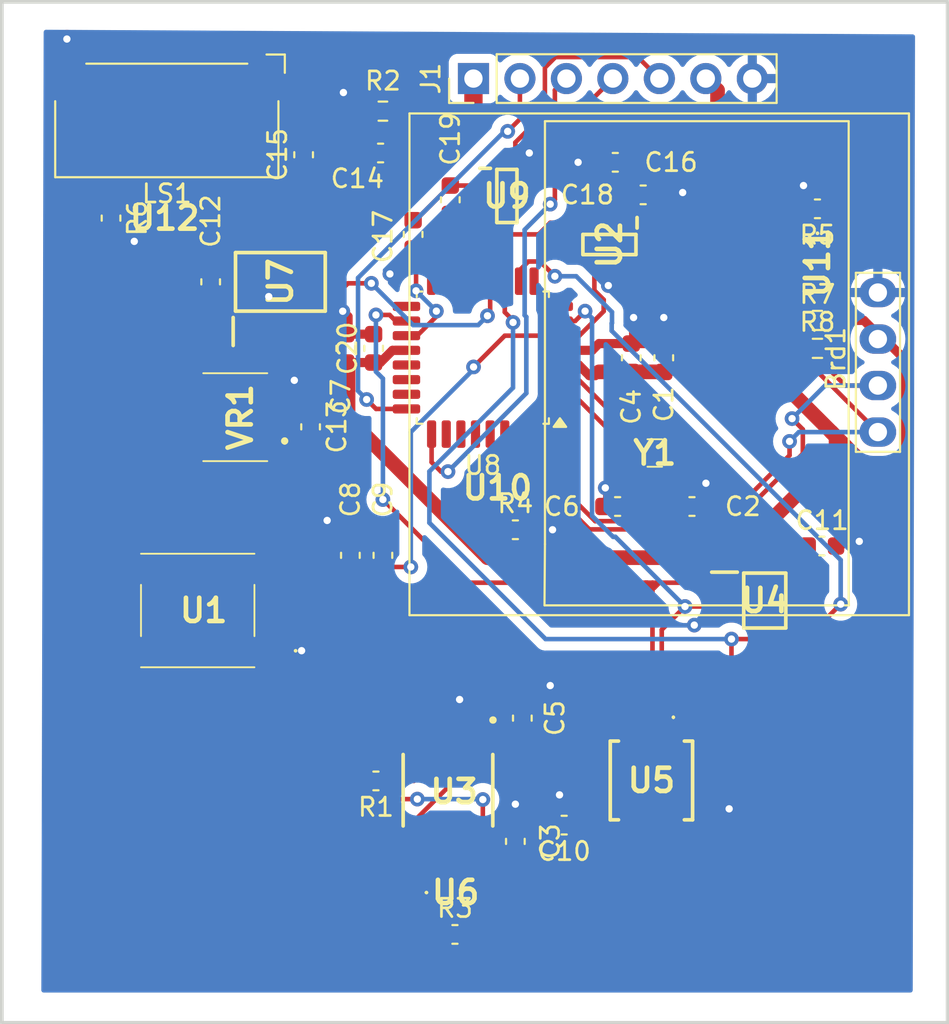
<source format=kicad_pcb>
(kicad_pcb (version 20221018) (generator pcbnew)
  (layers (0 "F.Cu" signal) (31 "B.Cu" signal) (34 "B.Paste" user) (35 "F.Paste" user) (36 "B.SilkS" user "B.Silkscreen") (37 "F.SilkS" user "F.Silkscreen") (38 "B.Mask" user) (39 "F.Mask" user) (44 "Edge.Cuts" user))
  (net 0 "")
  (net 1 "VDD")
  (net 2 "GND")
  (net 3 "/OSC_32_2")
  (net 4 "Net-(U3-VCORE)")
  (net 5 "/OSC_32_1")
  (net 6 "/NRST")
  (net 7 "Net-(U4-VDD)")
  (net 8 "Net-(C12-Pad1)")
  (net 9 "Net-(C12-Pad2)")
  (net 10 "/DAC_OUT")
  (net 11 "Net-(VR1-CCW)")
  (net 12 "Net-(C14-Pad1)")
  (net 13 "Net-(C14-Pad2)")
  (net 14 "Net-(C15-Pad2)")
  (net 15 "Net-(U2-VCC)")
  (net 16 "Net-(U9-VCC)")
  (net 17 "/SWCLK")
  (net 18 "/SWDIO")
  (net 19 "5V")
  (net 20 "/I2C_SCL")
  (net 21 "/SPI_NSS")
  (net 22 "/ADC_2")
  (net 23 "/SPI_NCK")
  (net 24 "/SPI_MISO")
  (net 25 "Net-(U3-AL_L)")
  (net 28 "/SPI_MOSI")
  (net 31 "Net-(U7-+)")
  (net 33 "/I2C_SDA")
  (net 38 "/ADC_1")
  (net 40 "/USART_TX")
  (net 41 "Net-(U6-A)")
  (net 43 "Net-(U10-K)")
  (net 48 "Net-(U11-K)")
  (net 51 "Net-(U12-K)")
  (net 52 "/LED")
  (footprint "Capacitor_SMD:C_0603_1608Metric" (layer "F.Cu") (at 145.034 125.222)
    (fp_text reference "R4")
    (fp_text value "330")
  )
  (footprint "Resistor_SMD:R_0603_1608Metric_Pad0.98x0.95mm_HandSolder" (layer "F.Cu") (at 161.544 115.316)
    (fp_text reference "R8")
    (fp_text value "10k")
  )
  (footprint "Capacitor_SMD:C_0603_1608Metric" (layer "F.Cu") (at 161.785 126.111)
    (fp_text reference "C11")
    (fp_text value "0.1uF")
  )
  (footprint "Cbil2-lib:SOTFL95P240X88-3N" (layer "F.Cu") (at 144.571 106.995)
    (fp_text reference "U9")
    (fp_text value "TCS40DPR,LF" hide)
  )
  (footprint "Capacitor_SMD:C_0603_1608Metric" (layer "F.Cu") (at 137.287 115.316 90)
    (fp_text reference "C20")
    (fp_text value "4.7uF")
  )
  (footprint "Cbil2-lib:SOIC127P600X175-8N" (layer "F.Cu") (at 132.191 111.684 90)
    (fp_text reference "U7")
    (fp_text value "LM386" hide)
  )
  (footprint "Resistor_SMD:R_0603_1608Metric" (layer "F.Cu") (at 137.795 102.362 180)
    (fp_text reference "R2")
    (fp_text value "10")
  )
  (footprint "Cbil2-lib:KBDELPS2DITHVG2J8LZ555" (layer "F.Cu") (at 144.056 122.936)
    (fp_text reference "U10")
    (fp_text value "KB_DELPS2.DI-THVG-2J8L-Z555" hide)
  )
  (footprint "Capacitor_SMD:C_0603_1608Metric" (layer "F.Cu") (at 128.381 111.684 -90)
    (fp_text reference "C12")
    (fp_text value "10u")
  )
  (footprint "Capacitor_SMD:C_0603_1608Metric" (layer "F.Cu") (at 139.446 109.093 -90)
    (fp_text reference "C17")
    (fp_text value "4.7uF")
  )
  (footprint "Capacitor_SMD:C_0603_1608Metric" (layer "F.Cu") (at 141.478 107.201 -90)
    (fp_text reference "C19")
    (fp_text value "100nF")
  )
  (footprint "Resistor_SMD:R_0603_1608Metric_Pad0.98x0.95mm_HandSolder" (layer "F.Cu") (at 161.544 113.792)
    (fp_text reference "R7")
    (fp_text value "10k")
  )
  (footprint "Capacitor_SMD:C_0603_1608Metric" (layer "F.Cu") (at 137.414 138.938 180)
    (fp_text reference "R1")
    (fp_text value "10k")
  )
  (footprint "Buzzer_Beeper:Speaker_CUI_CMR-1206S-67" (layer "F.Cu") (at 125.984 102.87 180)
    (fp_text reference "LS1")
    (fp_text value "Speaker")
  )
  (footprint "Capacitor_SMD:C_0603_1608Metric" (layer "F.Cu") (at 161.544 107.696 180)
    (fp_text reference "R5")
    (fp_text value "330")
  )
  (footprint "Capacitor_SMD:C_0603_1608Metric" (layer "F.Cu") (at 137.668 104.648)
    (fp_text reference "C14")
    (fp_text value "0.05u")
  )
  (footprint "Capacitor_SMD:C_0603_1608Metric" (layer "F.Cu") (at 136.017 126.619 90)
    (fp_text reference "C8")
    (fp_text value "0.1uF")
  )
  (footprint "Cbil2-lib:HIH7130-000-001" (layer "F.Cu") (at 141.351 139.446 180)
    (fp_text reference "U3")
    (fp_text value "HIH7130-000-001" hide)
  )
  (footprint "Cbil2-lib:430152070826" (layer "F.Cu") (at 127.673 129.631 180)
    (fp_text reference "U1")
    (fp_text value "430152070826" hide)
  )
  (footprint "Cbil2-lib:PVG5A100C03R00" (layer "F.Cu") (at 129.725 119.074 90)
    (fp_text reference "VR1")
    (fp_text value "PVG5A103C03R00" hide)
  )
  (footprint "Capacitor_SMD:C_0603_1608Metric" (layer "F.Cu") (at 133.461 104.743 90)
    (fp_text reference "C15")
    (fp_text value "0.05u")
  )
  (footprint "Capacitor_SMD:C_0603_1608Metric" (layer "F.Cu") (at 147.701 141.351 180)
    (fp_text reference "C10")
    (fp_text value "100nF")
  )
  (footprint "Capacitor_SMD:C_0603_1608Metric" (layer "F.Cu") (at 150.622 123.952 180)
    (fp_text reference "C6")
    (fp_text value "2pF")
  )
  (footprint "Cbil2-lib:SOTFL95P240X88-3N" (layer "F.Cu") (at 150.175 109.646 -90)
    (fp_text reference "U2")
    (fp_text value "TCS40DPR,LF" hide)
  )
  (footprint "Capacitor_SMD:C_0603_1608Metric" (layer "F.Cu") (at 145.034 142.24 90)
    (fp_text reference "C3")
    (fp_text value "0.22uF")
  )
  (footprint "Package_QFP:LQFP-32_7x7mm_P0.8mm" (layer "F.Cu") (at 143.256 115.824 180)
    (fp_text reference "U8")
    (fp_text value "STM32G0B1KETxN")
  )
  (footprint "Capacitor_SMD:C_0603_1608Metric" (layer "F.Cu") (at 150.495 105.156 180)
    (fp_text reference "C16")
    (fp_text value "4.7uF")
  )
  (footprint "SSD1306:128x64OLED" (layer "F.Cu") (at 154.246 115.888 -90)
    (fp_text reference "Brd1")
    (fp_text value "SSD1306")
  )
  (footprint "Capacitor_SMD:C_0603_1608Metric" (layer "F.Cu") (at 122.936 108.204 -90)
    (fp_text reference "R6")
    (fp_text value "330")
  )
  (footprint "Capacitor_SMD:C_0603_1608Metric" (layer "F.Cu") (at 141.732 147.32)
    (fp_text reference "R3")
    (fp_text value "330")
  )
  (footprint "Capacitor_SMD:C_0603_1608Metric" (layer "F.Cu") (at 135.763 115.316 90)
    (fp_text reference "C7")
    (fp_text value "100nF")
  )
  (footprint "Cbil2-lib:KP466PXTMA1" (layer "F.Cu") (at 152.47 138.912 180)
    (fp_text reference "U5")
    (fp_text value "KP466PXTMA1" hide)
  )
  (footprint "Capacitor_SMD:C_0603_1608Metric" (layer "F.Cu") (at 151.368 115.8304 90)
    (fp_text reference "C4")
    (fp_text value "100nF")
  )
  (footprint "Capacitor_SMD:C_0603_1608Metric" (layer "F.Cu") (at 154.686 123.952)
    (fp_text reference "C2")
    (fp_text value "2pF")
  )
  (footprint "Capacitor_SMD:C_0603_1608Metric" (layer "F.Cu") (at 153.146 115.8304 90)
    (fp_text reference "C1")
    (fp_text value "4.7uF")
  )
  (footprint "Cbil2-lib:KBDELPS2DITHVG2J8LZ555" (layer "F.Cu") (at 125.867 108.204)
    (fp_text reference "U12")
    (fp_text value "KO DELPS1.22-UGVI-24-H3Q4" hide)
  )
  (footprint "Capacitor_SMD:C_0603_1608Metric" (layer "F.Cu") (at 137.795 126.619 90)
    (fp_text reference "C9")
    (fp_text value "0.1uF")
  )
  (footprint "Cbil2-lib:KBDELPS2DITHVG2J8LZ555" (layer "F.Cu") (at 161.544 110.627 -90)
    (fp_text reference "U11")
    (fp_text value "KO DELPS1.22-UGVI-24-H3Q4" hide)
  )
  (footprint "Cbil2-lib:KBDELPS2DITHVG2J8LZ555" (layer "F.Cu") (at 141.77 145.034)
    (fp_text reference "U6")
    (fp_text value "KB_DELPS2.DI-THVG-2J8L-Z555" hide)
  )
  (footprint "Capacitor_SMD:C_0603_1608Metric" (layer "F.Cu") (at 145.415 135.509 90)
    (fp_text reference "C5")
    (fp_text value "0.1uF")
  )
  (footprint "Cbil2-lib:SOP65P490X110-8N" (layer "F.Cu") (at 158.664 129.088)
    (fp_text reference "U4")
    (fp_text value "TC72-3.3MUA" hide)
  )
  (footprint "Capacitor_SMD:C_0603_1608Metric" (layer "F.Cu") (at 133.842 119.602 -90)
    (fp_text reference "C13")
    (fp_text value "10u")
  )
  (footprint "Capacitor_SMD:C_0603_1608Metric" (layer "F.Cu") (at 152.019 106.934)
    (fp_text reference "C18")
    (fp_text value "100nF")
  )
  (footprint "Connector_PinHeader_2.54mm:PinHeader_1x07_P2.54mm_Vertical" (layer "F.Cu") (at 142.743 100.584 90)
    (fp_text reference "J1")
    (fp_text value "Conn_01x07_Male")
  )
  (footprint "Cbil2-lib:ABS07" (layer "F.Cu") (at 152.654 121.031)
    (fp_text reference "Y1")
    (fp_text value "ABS07-32.768KHZ-6-4-T" hide)
  )
  (gr_rect (start 116.967 96.393) (end 168.656 152.146) (stroke (width 0.2)) (fill none) (layer "Edge.Cuts"))
  (segment (start 149.352 144.526) (end 148.844 145.034) (width 0.8) (layer "F.Cu") (net 1))
  (segment (start 162.306 119.888) (end 156.6545 114.2365) (width 0.8) (layer "F.Cu") (net 1))
  (segment (start 148.463 141.364) (end 148.463 143.637) (width 0.8) (layer "F.Cu") (net 1))
  (segment (start 162.56 121.158) (end 162.56 120.142) (width 0.8) (layer "F.Cu") (net 1))
  (segment (start 148.463 143.637) (end 148.5265 143.7005) (width 0.8) (layer "F.Cu") (net 1))
  (segment (start 143.256 139.954) (end 143.256 141.896) (width 0.25) (layer "F.Cu") (net 1))
  (segment (start 142.507 147.053) (end 144.526 145.034) (width 0.25) (layer "F.Cu") (net 1))
  (segment (start 162.56 121.158) (end 163.576 121.158) (width 0.8) (layer "F.Cu") (net 1))
  (segment (start 144.942274 143.015) (end 143.51 141.582726) (width 0.8) (layer "F.Cu") (net 1))
  (segment (start 137.650827 116.091) (end 138.317827 115.424) (width 0.5) (layer "F.Cu") (net 1))
  (segment (start 135.89 119.126) (end 135.89 116.091) (width 0.8) (layer "F.Cu") (net 1))
  (segment (start 148.498 116.224) (end 149.082 116.808) (width 0.5) (layer "F.Cu") (net 1))
  (segment (start 156.130563 113.712563) (end 155.368563 114.474563) (width 0.8) (layer "F.Cu") (net 1))
  (segment (start 163.068 120.65) (end 162.306 119.888) (width 0.8) (layer "F.Cu") (net 1))
  (segment (start 147.431 116.224) (end 148.498 116.224) (width 0.5) (layer "F.Cu") (net 1))
  (segment (start 155.368563 114.474563) (end 153.244126 116.599) (width 0.8) (layer "F.Cu") (net 1))
  (segment (start 137.631701 139.930701) (end 139.676701 139.930701) (width 0.25) (layer "F.Cu") (net 1))
  (segment (start 166.296 120.946) (end 164.83 122.412) (width 0.5) (layer "F.Cu") (net 1))
  (segment (start 163.068 120.65) (end 162.56 121.158) (width 0.8) (layer "F.Cu") (net 1))
  (segment (start 156.6545 114.2365) (end 156.416437 114.474563) (width 0.8) (layer "F.Cu") (net 1))
  (segment (start 156.765563 114.125437) (end 156.765563 113.077563) (width 0.8) (layer "F.Cu") (net 1))
  (segment (start 158.214 111.097) (end 158.115 110.998) (width 0.25) (layer "F.Cu") (net 1))
  (segment (start 164.83 135.652) (end 164.83 122.412) (width 0.8) (layer "F.Cu") (net 1))
  (segment (start 148.844 145.034) (end 148.336 145.034) (width 0.8) (layer "F.Cu") (net 1))
  (segment (start 164.846 114.4504) (end 166.296 115.9004) (width 0.5) (layer "F.Cu") (net 1))
  (segment (start 149.352 144.399) (end 156.083 144.399) (width 0.8) (layer "F.Cu") (net 1))
  (segment (start 148.463 143.637) (end 148.463 144.907) (width 0.8) (layer "F.Cu") (net 1))
  (segment (start 144.526 145.034) (end 144.526 143.523) (width 0.8) (layer "F.Cu") (net 1))
  (segment (start 156.6545 114.2365) (end 156.765563 114.125437) (width 0.8) (layer "F.Cu") (net 1))
  (segment (start 155.443 100.584) (end 156.083 101.224) (width 0.8) (layer "F.Cu") (net 1))
  (segment (start 153.244126 116.599) (end 149.606 116.599) (width 0.8) (layer "F.Cu") (net 1))
  (segment (start 156.972 126.746) (end 143.51 126.746) (width 0.8) (layer "F.Cu") (net 1))
  (segment (start 136.639 138.938) (end 137.631701 139.930701) (width 0.25) (layer "F.Cu") (net 1))
  (segment (start 138.317827 115.424) (end 139.081 115.424) (width 0.5) (layer "F.Cu") (net 1))
  (segment (start 148.336 145.034) (end 147.447 145.034) (width 0.8) (layer "F.Cu") (net 1))
  (segment (start 142.507 147.32) (end 142.507 147.053) (width 0.25) (layer "F.Cu") (net 1))
  (segment (start 149.397 116.808) (end 149.606 116.599) (width 0.5) (layer "F.Cu") (net 1))
  (segment (start 149.082 116.808) (end 149.397 116.808) (width 0.5) (layer "F.Cu") (net 1))
  (segment (start 156.765563 113.077563) (end 156.130563 113.712563) (width 0.8) (layer "F.Cu") (net 1))
  (segment (start 158.115 108.585) (end 158.115 110.998) (width 0.8) (layer "F.Cu") (net 1))
  (segment (start 144.526 143.523) (end 145.034 143.015) (width 0.8) (layer "F.Cu") (net 1))
  (segment (start 163.703 121.285) (end 163.068 120.65) (width 0.8) (layer "F.Cu") (net 1))
  (segment (start 143.51 126.746) (end 135.89 119.126) (width 0.8) (layer "F.Cu") (net 1))
  (segment (start 135.89 116.091) (end 137.650827 116.091) (width 0.5) (layer "F.Cu") (net 1))
  (segment (start 156.083 106.553) (end 158.115 108.585) (width 0.8) (layer "F.Cu") (net 1))
  (segment (start 161.544 111.097) (end 158.214 111.097) (width 0.25) (layer "F.Cu") (net 1))
  (segment (start 145.034 143.015) (end 144.942274 143.015) (width 0.8) (layer "F.Cu") (net 1))
  (segment (start 164.084 113.792) (end 162.4565 113.792) (width 0.5) (layer "F.Cu") (net 1))
  (segment (start 148.655 141.172) (end 151.27 141.172) (width 0.25) (layer "F.Cu") (net 1))
  (segment (start 149.352 144.399) (end 149.352 144.526) (width 0.8) (layer "F.Cu") (net 1))
  (segment (start 148.5265 143.9545) (end 148.5265 143.7005) (width 0.8) (layer "F.Cu") (net 1))
  (segment (start 162.56 120.142) (end 162.306 119.888) (width 0.8) (layer "F.Cu") (net 1))
  (segment (start 143.51 141.582726) (end 143.51 141.478) (width 0.8) (layer "F.Cu") (net 1))
  (segment (start 156.130563 113.712563) (end 156.6545 114.2365) (width 0.8) (layer "F.Cu") (net 1))
  (segment (start 147.447 145.034) (end 144.526 145.034) (width 0.8) (layer "F.Cu") (net 1))
  (segment (start 164.846 114.554) (end 164.084 113.792) (width 0.5) (layer "F.Cu") (net 1))
  (segment (start 163.576 121.158) (end 163.703 121.285) (width 0.8) (layer "F.Cu") (net 1))
  (segment (start 164.846 114.808) (end 164.846 114.554) (width 0.5) (layer "F.Cu") (net 1))
  (segment (start 148.463 144.907) (end 148.336 145.034) (width 0.8) (layer "F.Cu") (net 1))
  (segment (start 158.115 111.728126) (end 156.765563 113.077563) (width 0.8) (layer "F.Cu") (net 1))
  (segment (start 156.083 144.399) (end 164.83 135.652) (width 0.8) (layer "F.Cu") (net 1))
  (segment (start 156.416437 114.474563) (end 155.368563 114.474563) (width 0.8) (layer "F.Cu") (net 1))
  (segment (start 158.115 110.998) (end 158.115 111.728126) (width 0.8) (layer "F.Cu") (net 1))
  (segment (start 148.5265 143.7005) (end 149.352 144.526) (width 0.8) (layer "F.Cu") (net 1))
  (segment (start 156.083 101.224) (end 156.083 106.553) (width 0.8) (layer "F.Cu") (net 1))
  (segment (start 166.296 115.9004) (end 166.296 120.946) (width 0.5) (layer "F.Cu") (net 1))
  (segment (start 162.4565 113.792) (end 162.4565 115.316) (width 0.5) (layer "F.Cu") (net 1))
  (segment (start 164.83 122.412) (end 163.703 121.285) (width 0.8) (layer "F.Cu") (net 1))
  (segment (start 162.56 121.158) (end 156.972 126.746) (width 0.8) (layer "F.Cu") (net 1))
  (segment (start 147.447 145.034) (end 148.5265 143.9545) (width 0.8) (layer "F.Cu") (net 1))
  (via (at 139.676701 139.930701) (size 0.8) (drill 0.4) (layers "F.Cu" "B.Cu") (net 1))
  (via (at 143.256 139.954) (size 0.8) (drill 0.4) (layers "F.Cu" "B.Cu") (net 1))
  (segment (start 143.232701 139.930701) (end 143.256 139.954) (width 0.25) (layer "B.Cu") (net 1))
  (segment (start 139.676701 139.930701) (end 143.232701 139.930701) (width 0.25) (layer "B.Cu") (net 1))
  (segment (start 123.698 131.881) (end 131.648 131.881) (width 0.25) (layer "F.Cu") (net 2))
  (segment (start 139.586 109.868) (end 141.478 107.976) (width 0.25) (layer "F.Cu") (net 2))
  (segment (start 150.175 111.826) (end 150.114 111.887) (width 0.25) (layer "F.Cu") (net 2))
  (segment (start 150.175 110.834) (end 150.175 111.826) (width 0.25) (layer "F.Cu") (net 2))
  (segment (start 145.034 141.465) (end 145.034 140.208) (width 0.8) (layer "F.Cu") (net 2))
  (segment (start 139.446 109.982) (end 138.176 111.252) (width 0.25) (layer "F.Cu") (net 2))
  (segment (start 149.231 115.424) (end 149.606 115.049) (width 0.5) (layer "F.Cu") (net 2))
  (segment (start 120.523 98.425) (end 120.523 100.509) (width 1) (layer "F.Cu") (net 2))
  (segment (start 152.07 140.402) (end 152.365 140.107) (width 0.25) (layer "F.Cu") (net 2))
  (segment (start 156.008 141.172) (end 156.718 140.462) (width 0.25) (layer "F.Cu") (net 2))
  (segment (start 145.809 125.222) (end 147.066 125.222) (width 0.25) (layer "F.Cu") (net 2))
  (segment (start 147.431 115.424) (end 149.231 115.424) (width 0.5) (layer "F.Cu") (net 2))
  (segment (start 145.796 104.648) (end 145.796 106.958) (width 0.25) (layer "F.Cu") (net 2))
  (segment (start 146.926 141.351) (end 146.926 140.221) (width 0.25) (layer "F.Cu") (net 2))
  (segment (start 155.179 130.063) (end 156.464 130.063) (width 0.25) (layer "F.Cu") (net 2))
  (segment (start 136.652 102.362) (end 135.636 101.346) (width 0.25) (layer "F.Cu") (net 2))
  (segment (start 153.67 141.172) (end 156.008 141.172) (width 0.25) (layer "F.Cu") (net 2))
  (segment (start 149.72 105.156) (end 148.463 105.156) (width 0.25) (layer "F.Cu") (net 2))
  (segment (start 152.07 141.172) (end 152.07 140.402) (width 0.25) (layer "F.Cu") (net 2))
  (segment (start 153.67 140.402) (end 153.67 141.172) (width 0.25) (layer "F.Cu") (net 2))
  (segment (start 134.096 114.395) (end 134.096 115.919) (width 0.25) (layer "F.Cu") (net 2))
  (segment (start 146.926 140.221) (end 147.447 139.7) (width 0.25) (layer "F.Cu") (net 2))
  (segment (start 131.648 131.881) (end 133.295 131.881) (width 0.25) (layer "F.Cu") (net 2))
  (segment (start 135.877 125.844) (end 134.747 124.714) (width 0.25) (layer "F.Cu") (net 2))
  (segment (start 135.89 114.541) (end 137.414 114.541) (width 0.5) (layer "F.Cu") (net 2))
  (segment (start 135.5985 113.288299) (end 135.89 113.579799) (width 0.5) (layer "F.Cu") (net 2))
  (segment (start 132.191 117.824) (end 132.953 117.062) (width 0.25) (layer "F.Cu") (net 2))
  (segment (start 153.375 140.107) (end 153.67 140.402) (width 0.25) (layer "F.Cu") (net 2))
  (segment (start 145.415 134.734) (end 145.936 134.734) (width 0.25) (layer "F.Cu") (net 2))
  (segment (start 136.017 125.844) (end 137.795 125.844) (width 0.25) (layer "F.Cu") (net 2))
  (segment (start 135.89 113.579799) (end 135.89 114.541) (width 0.5) (layer "F.Cu") (net 2))
  (segment (start 123.711 108.979) (end 124.206 109.474) (width 0.5) (layer "F.Cu") (net 2))
  (segment (start 151.495 113.633) (end 151.495 114.9284) (width 0.5) (layer "F.Cu") (net 2))
  (segment (start 131.175 117.824) (end 132.191 117.824) (width 0.25) (layer "F.Cu") (net 2))
  (segment (start 152.365 140.107) (end 153.375 140.107) (width 0.25) (layer "F.Cu") (net 2))
  (segment (start 153.146 115.0554) (end 149.6124 115.0554) (width 0.5) (layer "F.Cu") (net 2))
  (segment (start 133.295 131.881) (end 133.35 131.826) (width 0.25) (layer "F.Cu") (net 2))
  (segment (start 131.556 112.49) (end 131.556 114.395) (width 0.25) (layer "F.Cu") (net 2))
  (segment (start 122.936 108.979) (end 123.711 108.979) (width 0.5) (layer "F.Cu") (net 2))
  (segment (start 154.813 130.429) (end 155.179 130.063) (width 0.25) (layer "F.Cu") (net 2))
  (segment (start 153.146 113.633) (end 153.146 115.0554) (width 0.5) (layer "F.Cu") (net 2))
  (segment (start 160.769 106.439) (end 160.782 106.426) (width 0.5) (layer "F.Cu") (net 2))
  (segment (start 152.794 106.934) (end 154.051 106.934) (width 0.25) (layer "F.Cu") (net 2))
  (segment (start 155.448 123.939) (end 155.461 123.952) (width 0.25) (layer "F.Cu") (net 2))
  (segment (start 145.936 134.734) (end 146.939 133.731) (width 0.25) (layer "F.Cu") (net 2))
  (segment (start 141.986 136.996) (end 141.986 134.493) (width 0.25) (layer "F.Cu") (net 2))
  (segment (start 154.051 106.934) (end 154.178 106.807) (width 0.25) (layer "F.Cu") (net 2))
  (segment (start 149.9495 122.936) (end 149.9495 123.8495) (width 0.25) (layer "F.Cu") (net 2))
  (segment (start 160.769 107.696) (end 160.769 106.439) (width 0.5) (layer "F.Cu") (net 2))
  (segment (start 136.97 102.362) (end 136.652 102.362) (width 0.25) (layer "F.Cu") (net 2))
  (segment (start 134.096 115.919) (end 132.953 117.062) (width 0.25) (layer "F.Cu") (net 2))
  (segment (start 162.56 126.111) (end 163.576 126.111) (width 0.25) (layer "F.Cu") (net 2))
  (segment (start 163.576 126.111) (end 163.83 125.857) (width 0.25) (layer "F.Cu") (net 2))
  (segment (start 155.448 122.682) (end 155.448 123.939) (width 0.25) (layer "F.Cu") (net 2))
  (via (at 148.463 105.156) (size 0.8) (drill 0.4) (layers "F.Cu" "B.Cu") (net 2))
  (via (at 124.206 109.474) (size 0.8) (drill 0.4) (layers "F.Cu" "B.Cu") (net 2))
  (via (at 145.796 104.648) (size 0.8) (drill 0.4) (layers "F.Cu" "B.Cu") (net 2))
  (via (at 153.146 113.633) (size 0.8) (drill 0.4) (layers "F.Cu" "B.Cu") (net 2))
  (via (at 160.782 106.426) (size 0.8) (drill 0.4) (layers "F.Cu" "B.Cu") (net 2))
  (via (at 138.176 111.252) (size 0.8) (drill 0.4) (layers "F.Cu" "B.Cu") (net 2))
  (via (at 145.034 140.208) (size 0.8) (drill 0.4) (layers "F.Cu" "B.Cu") (net 2))
  (via (at 135.5985 113.288299) (size 0.8) (drill 0.4) (layers "F.Cu" "B.Cu") (net 2))
  (via (at 132.953 117.062) (size 0.8) (drill 0.4) (layers "F.Cu" "B.Cu") (net 2))
  (via (at 147.066 125.222) (size 0.8) (drill 0.4) (layers "F.Cu" "B.Cu") (net 2))
  (via (at 163.83 125.857) (size 0.8) (drill 0.4) (layers "F.Cu" "B.Cu") (net 2))
  (via (at 135.636 101.346) (size 0.8) (drill 0.4) (layers "F.Cu" "B.Cu") (net 2))
  (via (at 156.718 140.462) (size 0.8) (drill 0.4) (layers "F.Cu" "B.Cu") (net 2))
  (via (at 155.448 122.682) (size 0.8) (drill 0.4) (layers "F.Cu" "B.Cu") (net 2))
  (via (at 151.495 113.633) (size 0.8) (drill 0.4) (layers "F.Cu" "B.Cu") (net 2))
  (via (at 154.178 106.807) (size 0.8) (drill 0.4) (layers "F.Cu" "B.Cu") (net 2))
  (via (at 150.114 111.887) (size 0.8) (drill 0.4) (layers "F.Cu" "B.Cu") (net 2))
  (via (at 146.939 133.731) (size 0.8) (drill 0.4) (layers "F.Cu" "B.Cu") (net 2))
  (via (at 154.813 130.429) (size 0.8) (drill 0.4) (layers "F.Cu" "B.Cu") (net 2))
  (via (at 131.556 112.49) (size 0.8) (drill 0.4) (layers "F.Cu" "B.Cu") (net 2))
  (via (at 133.35 131.826) (size 0.8) (drill 0.4) (layers "F.Cu" "B.Cu") (net 2))
  (via (at 149.9495 122.936) (size 0.8) (drill 0.4) (layers "F.Cu" "B.Cu") (net 2))
  (via (at 134.747 124.714) (size 0.8) (drill 0.4) (layers "F.Cu" "B.Cu") (net 2))
  (via (at 120.523 98.425) (size 0.8) (drill 0.4) (layers "F.Cu" "B.Cu") (net 2))
  (via (at 141.986 134.493) (size 0.8) (drill 0.4) (layers "F.Cu" "B.Cu") (net 2))
  (via (at 147.447 139.7) (size 0.8) (drill 0.4) (layers "F.Cu" "B.Cu") (net 2))
  (segment (start 147.431 117.024) (end 148.484828 117.024) (width 0.25) (layer "F.Cu") (net 3))
  (segment (start 151.745 118.872) (end 153.904 121.031) (width 0.25) (layer "F.Cu") (net 3))
  (segment (start 148.484828 117.024) (end 150.332828 118.872) (width 0.25) (layer "F.Cu") (net 3))
  (segment (start 150.332828 118.872) (end 151.745 118.872) (width 0.25) (layer "F.Cu") (net 3))
  (segment (start 153.904 121.031) (end 153.904 123.945) (width 0.25) (layer "F.Cu") (net 3))
  (segment (start 143.968 136.284) (end 143.256 136.996) (width 0.25) (layer "F.Cu") (net 4))
  (segment (start 145.415 136.284) (end 143.968 136.284) (width 0.25) (layer "F.Cu") (net 4))
  (segment (start 148.197 117.824) (end 151.404 121.031) (width 0.25) (layer "F.Cu") (net 5))
  (segment (start 151.404 121.031) (end 151.404 123.945) (width 0.25) (layer "F.Cu") (net 5))
  (segment (start 147.431 117.824) (end 148.197 117.824) (width 0.25) (layer "F.Cu") (net 5))
  (segment (start 147.738 105.456305) (end 147.738 103.209) (width 0.25) (layer "F.Cu") (net 6))
  (segment (start 149.86 109.0705) (end 149.86 107.578305) (width 0.25) (layer "F.Cu") (net 6))
  (segment (start 147.431 114.624) (end 148.529305 114.624) (width 0.25) (layer "F.Cu") (net 6))
  (segment (start 149.86 113.293305) (end 149.86 112.658305) (width 0.25) (layer "F.Cu") (net 6))
  (segment (start 131.648 127.381) (end 137.782 127.381) (width 0.25) (layer "F.Cu") (net 6))
  (segment (start 139.319 127.254) (end 137.935 127.254) (width 0.25) (layer "F.Cu") (net 6))
  (segment (start 148.529305 114.624) (end 149.86 113.293305) (width 0.25) (layer "F.Cu") (net 6))
  (segment (start 147.431 114.624) (end 144.456 114.624) (width 0.25) (layer "F.Cu") (net 6))
  (segment (start 149.352 112.150305) (end 149.352 109.5785) (width 0.25) (layer "F.Cu") (net 6))
  (segment (start 149.352 109.5785) (end 149.86 109.0705) (width 0.25) (layer "F.Cu") (net 6))
  (segment (start 149.86 112.658305) (end 149.352 112.150305) (width 0.25) (layer "F.Cu") (net 6))
  (segment (start 131.648 127.381) (end 123.698 127.381) (width 0.25) (layer "F.Cu") (net 6))
  (segment (start 144.456 114.624) (end 142.748 116.332) (width 0.25) (layer "F.Cu") (net 6))
  (segment (start 149.86 107.578305) (end 147.738 105.456305) (width 0.25) (layer "F.Cu") (net 6))
  (segment (start 147.738 103.209) (end 150.363 100.584) (width 0.25) (layer "F.Cu") (net 6))
  (via (at 142.748 116.332) (size 0.8) (drill 0.4) (layers "F.Cu" "B.Cu") (net 6))
  (via (at 139.319 127.254) (size 0.8) (drill 0.4) (layers "F.Cu" "B.Cu") (net 6))
  (segment (start 142.748 116.459) (end 139.319 119.888) (width 0.25) (layer "B.Cu") (net 6))
  (segment (start 139.319 119.888) (end 139.319 127.254) (width 0.25) (layer "B.Cu") (net 6))
  (segment (start 142.748 116.332) (end 142.748 116.459) (width 0.25) (layer "B.Cu") (net 6))
  (segment (start 160.864 128.113) (end 160.864 126.257) (width 0.25) (layer "F.Cu") (net 7))
  (segment (start 128.381 110.909) (end 128.381 109.442) (width 0.25) (layer "F.Cu") (net 8))
  (segment (start 128.85 108.973) (end 130.286 108.973) (width 0.25) (layer "F.Cu") (net 8))
  (segment (start 128.381 109.442) (end 128.85 108.973) (width 0.25) (layer "F.Cu") (net 8))
  (segment (start 128.381 113.506) (end 128.381 112.459) (width 0.25) (layer "F.Cu") (net 9))
  (segment (start 129.27 114.395) (end 128.381 113.506) (width 0.25) (layer "F.Cu") (net 9))
  (segment (start 130.286 114.395) (end 129.27 114.395) (width 0.25) (layer "F.Cu") (net 9))
  (segment (start 137.164299 111.764299) (end 135.885701 111.764299) (width 0.25) (layer "F.Cu") (net 10))
  (segment (start 134.874 112.776) (end 134.874 117.795) (width 0.25) (layer "F.Cu") (net 10))
  (segment (start 143.656 113.392) (end 143.656 111.649) (width 0.25) (layer "F.Cu") (net 10))
  (segment (start 143.51 113.538) (end 143.656 113.392) (width 0.25) (layer "F.Cu") (net 10))
  (segment (start 135.885701 111.764299) (end 134.874 112.776) (width 0.25) (layer "F.Cu") (net 10))
  (segment (start 134.874 117.795) (end 133.842 118.827) (width 0.25) (layer "F.Cu") (net 10))
  (via (at 137.164299 111.764299) (size 0.8) (drill 0.4) (layers "F.Cu" "B.Cu") (net 10))
  (via (at 143.51 113.538) (size 0.8) (drill 0.4) (layers "F.Cu" "B.Cu") (net 10))
  (segment (start 139.446 114.046) (end 143.002 114.046) (width 0.25) (layer "B.Cu") (net 10))
  (segment (start 137.164299 111.764299) (end 139.446 114.046) (width 0.25) (layer "B.Cu") (net 10))
  (segment (start 143.002 114.046) (end 143.51 113.538) (width 0.25) (layer "B.Cu") (net 10))
  (segment (start 131.175 120.324) (end 133.789 120.324) (width 0.25) (layer "F.Cu") (net 11))
  (segment (start 134.096 106.153) (end 134.096 108.973) (width 0.25) (layer "F.Cu") (net 12))
  (segment (start 134.096 108.973) (end 136.652 106.417) (width 0.25) (layer "F.Cu") (net 12))
  (segment (start 136.652 106.417) (end 136.652 104.889) (width 0.25) (layer "F.Cu") (net 12))
  (segment (start 133.461 105.518) (end 134.096 106.153) (width 0.25) (layer "F.Cu") (net 12))
  (segment (start 138.443 104.648) (end 138.443 102.539) (width 0.25) (layer "F.Cu") (net 13))
  (segment (start 133.461 102.647) (end 131.384 100.57) (width 1) (layer "F.Cu") (net 14))
  (segment (start 133.461 103.968) (end 133.461 102.647) (width 1) (layer "F.Cu") (net 14))
  (segment (start 151.125 108.458) (end 151.125 107.053) (width 0.25) (layer "F.Cu") (net 15))
  (segment (start 151.244 106.934) (end 151.244 105.182) (width 0.25) (layer "F.Cu") (net 15))
  (segment (start 139.586 108.318) (end 141.478 106.426) (width 0.25) (layer "F.Cu") (net 16))
  (segment (start 141.478 106.426) (end 143.002 106.426) (width 0.25) (layer "F.Cu") (net 16))
  (segment (start 143.002 106.426) (end 143.383 106.045) (width 0.25) (layer "F.Cu") (net 16))
  (segment (start 147.193 101.214) (end 147.823 100.584) (width 0.25) (layer "F.Cu") (net 17))
  (segment (start 141.351 122.047) (end 140.97 122.047) (width 0.25) (layer "F.Cu") (net 17))
  (segment (start 146.939 107.442) (end 147.193 107.188) (width 0.25) (layer "F.Cu") (net 17))
  (segment (start 140.456 121.533) (end 140.456 119.999) (width 0.25) (layer "F.Cu") (net 17))
  (segment (start 140.97 122.047) (end 140.456 121.533) (width 0.25) (layer "F.Cu") (net 17))
  (segment (start 147.193 107.188) (end 147.193 101.214) (width 0.25) (layer "F.Cu") (net 17))
  (via (at 141.351 122.047) (size 0.8) (drill 0.4) (layers "F.Cu" "B.Cu") (net 17))
  (via (at 146.939 107.442) (size 0.8) (drill 0.4) (layers "F.Cu" "B.Cu") (net 17))
  (segment (start 145.632 113.599195) (end 145.632 117.766) (width 0.25) (layer "B.Cu") (net 17))
  (segment (start 145.632 117.766) (end 141.351 122.047) (width 0.25) (layer "B.Cu") (net 17))
  (segment (start 145.542 108.839) (end 145.542 113.509195) (width 0.25) (layer "B.Cu") (net 17))
  (segment (start 145.542 113.509195) (end 145.632 113.599195) (width 0.25) (layer "B.Cu") (net 17))
  (segment (start 146.939 107.442) (end 145.542 108.839) (width 0.25) (layer "B.Cu") (net 17))
  (segment (start 144.614201 103.466201) (end 145.283 102.797402) (width 0.25) (layer "F.Cu") (net 18))
  (segment (start 136.906 118.11) (end 137.42 118.624) (width 0.25) (layer "F.Cu") (net 18))
  (segment (start 137.42 118.624) (end 139.081 118.624) (width 0.25) (layer "F.Cu") (net 18))
  (segment (start 145.283 102.797402) (end 145.283 100.584) (width 0.25) (layer "F.Cu") (net 18))
  (via (at 136.906 118.11) (size 0.8) (drill 0.4) (layers "F.Cu" "B.Cu") (net 18))
  (via (at 144.614201 103.466201) (size 0.8) (drill 0.4) (layers "F.Cu" "B.Cu") (net 18))
  (segment (start 136.435 111.469) (end 136.435 117.639) (width 0.25) (layer "B.Cu") (net 18))
  (segment (start 144.437799 103.466201) (end 136.435 111.469) (width 0.25) (layer "B.Cu") (net 18))
  (segment (start 144.614201 103.466201) (end 144.437799 103.466201) (width 0.25) (layer "B.Cu") (net 18))
  (segment (start 136.435 117.639) (end 136.906 118.11) (width 0.25) (layer "B.Cu") (net 18))
  (segment (start 132.397 107.759) (end 132.826 108.188) (width 0.5) (layer "F.Cu") (net 19))
  (segment (start 133.219 110.585) (end 134.906 110.585) (width 1) (layer "F.Cu") (net 19))
  (segment (start 126.337 108.204) (end 126.782 107.759) (width 0.5) (layer "F.Cu") (net 19))
  (segment (start 134.906 110.585) (end 142.743 102.748) (width 1) (layer "F.Cu") (net 19))
  (segment (start 126.782 107.759) (end 132.397 107.759) (width 0.5) (layer "F.Cu") (net 19))
  (segment (start 132.826 110.192) (end 133.219 110.585) (width 1) (layer "F.Cu") (net 19))
  (segment (start 142.743 102.748) (end 142.743 100.584) (width 1) (layer "F.Cu") (net 19))
  (segment (start 132.826 108.188) (end 132.826 108.973) (width 0.5) (layer "F.Cu") (net 19))
  (segment (start 132.826 108.973) (end 132.826 110.192) (width 1) (layer "F.Cu") (net 19))
  (segment (start 160.745 121.069396) (end 160.745 119.740507) (width 0.25) (layer "F.Cu") (net 20))
  (segment (start 160.745 119.740507) (end 160.156801 119.152308) (width 0.25) (layer "F.Cu") (net 20))
  (segment (start 144.95 121.074) (end 149.078 125.202) (width 0.25) (layer "F.Cu") (net 20))
  (segment (start 161.644 114.8045) (end 161.644 115.924) (width 0.25) (layer "F.Cu") (net 20))
  (segment (start 149.078 125.202) (end 156.612396 125.202) (width 0.25) (layer "F.Cu") (net 20))
  (segment (start 144.456 119.999) (end 144.456 120.585396) (width 0.25) (layer "F.Cu") (net 20))
  (segment (start 156.612396 125.202) (end 160.745 121.069396) (width 0.25) (layer "F.Cu") (net 20))
  (segment (start 144.456 120.585396) (end 144.944604 121.074) (width 0.25) (layer "F.Cu") (net 20))
  (segment (start 163.068 117.348) (end 164.846 117.348) (width 0.25) (layer "F.Cu") (net 20))
  (segment (start 161.644 115.924) (end 163.068 117.348) (width 0.25) (layer "F.Cu") (net 20))
  (segment (start 144.944604 121.074) (end 144.95 121.074) (width 0.25) (layer "F.Cu") (net 20))
  (segment (start 160.6315 113.792) (end 161.644 114.8045) (width 0.25) (layer "F.Cu") (net 20))
  (via (at 160.156801 119.152308) (size 0.8) (drill 0.4) (layers "F.Cu" "B.Cu") (net 20))
  (segment (start 161.961109 117.348) (end 164.846 117.348) (width 0.25) (layer "B.Cu") (net 20))
  (segment (start 160.156801 119.152308) (end 161.961109 117.348) (width 0.25) (layer "B.Cu") (net 20))
  (segment (start 156.464 128.113) (end 152.908 128.113) (width 0.25) (layer "F.Cu") (net 21))
  (segment (start 152.527 128.113) (end 152.146 128.113) (width 0.25) (layer "F.Cu") (net 21))
  (segment (start 142.0495 127.8255) (end 137.795 123.571) (width 0.25) (layer "F.Cu") (net 21))
  (segment (start 138.189 135.592817) (end 142.0495 131.732317) (width 0.25) (layer "F.Cu") (net 21))
  (segment (start 137.414 113.4915) (end 138.162104 113.4915) (width 0.25) (layer "F.Cu") (net 21))
  (segment (start 153.67 135.662) (end 152.527 134.519) (width 0.25) (layer "F.Cu") (net 21))
  (segment (start 152.527 128.397) (end 152.527 128.113) (width 0.25) (layer "F.Cu") (net 21))
  (segment (start 140.716 136.996) (end 140.716 137.706) (width 0.25) (layer "F.Cu") (net 21))
  (segment (start 152.527 128.397) (end 152.624 128.397) (width 0.25) (layer "F.Cu") (net 21))
  (segment (start 152.527 134.519) (end 152.527 128.397) (width 0.25) (layer "F.Cu") (net 21))
  (segment (start 153.67 136.652) (end 153.67 135.662) (width 0.25) (layer "F.Cu") (net 21))
  (segment (start 152.146 128.113) (end 152.243 128.113) (width 0.25) (layer "F.Cu") (net 21))
  (segment (start 152.624 128.397) (end 152.908 128.113) (width 0.25) (layer "F.Cu") (net 21))
  (segment (start 139.484 138.938) (end 138.189 138.938) (width 0.25) (layer "F.Cu") (net 21))
  (segment (start 138.162104 113.4915) (end 138.494604 113.824) (width 0.25) (layer "F.Cu") (net 21))
  (segment (start 142.0495 127.8255) (end 142.0495 131.732317) (width 0.25) (layer "F.Cu") (net 21))
  (segment (start 142.337 128.113) (end 142.0495 127.8255) (width 0.25) (layer "F.Cu") (net 21))
  (segment (start 152.146 128.113) (end 142.337 128.113) (width 0.25) (layer "F.Cu") (net 21))
  (segment (start 152.243 128.113) (end 152.527 128.397) (width 0.25) (layer "F.Cu") (net 21))
  (segment (start 138.189 138.938) (end 138.189 135.592817) (width 0.25) (layer "F.Cu") (net 21))
  (segment (start 140.716 137.706) (end 139.484 138.938) (width 0.25) (layer "F.Cu") (net 21))
  (segment (start 152.908 128.113) (end 152.527 128.113) (width 0.25) (layer "F.Cu") (net 21))
  (via (at 137.414 113.4915) (size 0.8) (drill 0.4) (layers "F.Cu" "B.Cu") (net 21))
  (via (at 137.795 123.571) (size 0.8) (drill 0.4) (layers "F.Cu" "B.Cu") (net 21))
  (segment (start 137.414 113.4915) (end 137.414 116.586) (width 0.25) (layer "B.Cu") (net 21))
  (segment (start 137.414 116.586) (end 137.795 116.967) (width 0.25) (layer "B.Cu") (net 21))
  (segment (start 137.795 116.967) (end 137.795 123.571) (width 0.25) (layer "B.Cu") (net 21))
  (segment (start 141.256 110.966) (end 141.256 111.649) (width 0.25) (layer "F.Cu") (net 22))
  (segment (start 146.939 108.458) (end 146.304 109.093) (width 0.25) (layer "F.Cu") (net 22))
  (segment (start 146.304 109.093) (end 143.129 109.093) (width 0.25) (layer "F.Cu") (net 22))
  (segment (start 143.129 109.093) (end 141.256 110.966) (width 0.25) (layer "F.Cu") (net 22))
  (segment (start 149.225 108.458) (end 146.939 108.458) (width 0.25) (layer "F.Cu") (net 22))
  (segment (start 154.305 129.413) (end 156.464 129.413) (width 0.25) (layer "F.Cu") (net 23))
  (segment (start 154.178 138.049) (end 154.559 137.668) (width 0.25) (layer "F.Cu") (net 23))
  (segment (start 139.446 136.007695) (end 139.446 136.996) (width 0.25) (layer "F.Cu") (net 23))
  (segment (start 142.865695 132.588) (end 139.446 136.007695) (width 0.25) (layer "F.Cu") (net 23))
  (segment (start 148.844 113.284) (end 148.304 113.824) (width 0.25) (layer "F.Cu") (net 23))
  (segment (start 153.035 134.390604) (end 153.035 130.683) (width 0.25) (layer "F.Cu") (net 23))
  (segment (start 154.559 137.668) (end 154.559 135.914604) (width 0.25) (layer "F.Cu") (net 23))
  (segment (start 148.304 113.824) (end 147.431 113.824) (width 0.25) (layer "F.Cu") (net 23))
  (segment (start 152.87 136.652) (end 152.87 137.585604) (width 0.25) (layer "F.Cu") (net 23))
  (segment (start 149.796 132.588) (end 152.87 135.662) (width 0.25) (layer "F.Cu") (net 23))
  (segment (start 153.333396 138.049) (end 154.178 138.049) (width 0.25) (layer "F.Cu") (net 23))
  (segment (start 154.559 135.914604) (end 153.035 134.390604) (width 0.25) (layer "F.Cu") (net 23))
  (segment (start 149.796 132.588) (end 142.865695 132.588) (width 0.25) (layer "F.Cu") (net 23))
  (segment (start 153.035 130.683) (end 154.305 129.413) (width 0.25) (layer "F.Cu") (net 23))
  (segment (start 152.87 137.585604) (end 153.333396 138.049) (width 0.25) (layer "F.Cu") (net 23))
  (segment (start 152.87 135.662) (end 152.87 136.652) (width 0.25) (layer "F.Cu") (net 23))
  (via (at 148.844 113.284) (size 0.8) (drill 0.4) (layers "F.Cu" "B.Cu") (net 23))
  (via (at 154.305 129.413) (size 0.8) (drill 0.4) (layers "F.Cu" "B.Cu") (net 23))
  (segment (start 149.225 113.665) (end 149.225 124.46) (width 0.25) (layer "B.Cu") (net 23))
  (segment (start 150.372652 125.607652) (end 150.499652 125.607652) (width 0.25) (layer "B.Cu") (net 23))
  (segment (start 150.499652 125.607652) (end 154.305 129.413) (width 0.25) (layer "B.Cu") (net 23))
  (segment (start 148.844 113.284) (end 149.225 113.665) (width 0.25) (layer "B.Cu") (net 23))
  (segment (start 149.225 124.46) (end 150.372652 125.607652) (width 0.25) (layer "B.Cu") (net 23))
  (segment (start 139.446 141.186) (end 141.821 138.811) (width 0.25) (layer "F.Cu") (net 24))
  (segment (start 145.256 111.062604) (end 145.744604 110.574) (width 0.25) (layer "F.Cu") (net 24))
  (segment (start 152.865 139.657) (end 155.364 139.657) (width 0.25) (layer "F.Cu") (net 24))
  (segment (start 160.864 134.157) (end 160.864 130.063) (width 0.25) (layer "F.Cu") (net 24))
  (segment (start 141.821 138.811) (end 149.111 138.811) (width 0.25) (layer "F.Cu") (net 24))
  (segment (start 149.111 138.811) (end 151.27 136.652) (width 0.25) (layer "F.Cu") (net 24))
  (segment (start 162.037 130.063) (end 160.864 130.063) (width 0.25) (layer "F.Cu") (net 24))
  (segment (start 162.814 129.286) (end 162.037 130.063) (width 0.25) (layer "F.Cu") (net 24))
  (segment (start 146.388 110.574) (end 147.193 111.379) (width 0.25) (layer "F.Cu") (net 24))
  (segment (start 155.364 139.657) (end 160.864 134.157) (width 0.25) (layer "F.Cu") (net 24))
  (segment (start 151.27 136.652) (end 151.27 138.062) (width 0.25) (layer "F.Cu") (net 24))
  (segment (start 145.744604 110.574) (end 146.388 110.574) (width 0.25) (layer "F.Cu") (net 24))
  (segment (start 151.27 138.062) (end 152.865 139.657) (width 0.25) (layer "F.Cu") (net 24))
  (via (at 147.193 111.379) (size 0.8) (drill 0.4) (layers "F.Cu" "B.Cu") (net 24))
  (via (at 162.814 129.286) (size 0.8) (drill 0.4) (layers "F.Cu" "B.Cu") (net 24))
  (segment (start 150.299 113.949305) (end 150.315 113.933305) (width 0.25) (layer "B.Cu") (net 24))
  (segment (start 150.315 113.933305) (end 150.315 113.332695) (width 0.25) (layer "B.Cu") (net 24))
  (segment (start 150.315 113.332695) (end 148.361305 111.379) (width 0.25) (layer "B.Cu") (net 24))
  (segment (start 162.814 129.286) (end 162.814 126.873) (width 0.25) (layer "B.Cu") (net 24))
  (segment (start 162.814 126.873) (end 150.299 114.358) (width 0.25) (layer "B.Cu") (net 24))
  (segment (start 148.361305 111.379) (end 147.193 111.379) (width 0.25) (layer "B.Cu") (net 24))
  (segment (start 150.299 114.358) (end 150.299 113.949305) (width 0.25) (layer "B.Cu") (net 24))
  (segment (start 140.716 144.625) (end 140.716 141.896) (width 0.25) (layer "F.Cu") (net 25))
  (segment (start 141.125 145.034) (end 140.716 144.625) (width 0.25) (layer "F.Cu") (net 25))
  (segment (start 156.845 131.191) (end 158.242 131.191) (width 0.25) (layer "F.Cu") (net 28))
  (segment (start 144.456 113.341) (end 144.907 113.792) (width 0.25) (layer "F.Cu") (net 28))
  (segment (start 152.07 137.846) (end 153.035 138.811) (width 0.25) (layer "F.Cu") (net 28))
  (segment (start 153.035 138.811) (end 155.448 138.811) (width 0.25) (layer "F.Cu") (net 28))
  (segment (start 155.448 138.811) (end 156.845 137.414) (width 0.25) (layer "F.Cu") (net 28))
  (segment (start 156.845 137.414) (end 156.845 131.191) (width 0.25) (layer "F.Cu") (net 28))
  (segment (start 158.242 131.191) (end 160.02 129.413) (width 0.25) (layer "F.Cu") (net 28))
  (segment (start 144.907 113.792) (end 144.907 113.8995) (width 0.25) (layer "F.Cu") (net 28))
  (segment (start 152.07 136.652) (end 152.07 137.846) (width 0.25) (layer "F.Cu") (net 28))
  (segment (start 144.456 111.649) (end 144.456 113.341) (width 0.25) (layer "F.Cu") (net 28))
  (segment (start 160.02 129.413) (end 160.864 129.413) (width 0.25) (layer "F.Cu") (net 28))
  (via (at 156.845 131.191) (size 0.8) (drill 0.4) (layers "F.Cu" "B.Cu") (net 28))
  (via (at 144.907 113.8995) (size 0.8) (drill 0.4) (layers "F.Cu" "B.Cu") (net 28))
  (segment (start 140.335 124.841) (end 140.335 122.037695) (width 0.25) (layer "B.Cu") (net 28))
  (segment (start 146.685 131.191) (end 140.335 124.841) (width 0.25) (layer "B.Cu") (net 28))
  (segment (start 144.907 117.465695) (end 144.907 113.8995) (width 0.25) (layer "B.Cu") (net 28))
  (segment (start 140.335 122.037695) (end 144.907 117.465695) (width 0.25) (layer "B.Cu") (net 28))
  (segment (start 156.845 131.191) (end 146.685 131.191) (width 0.25) (layer "B.Cu") (net 28))
  (segment (start 128.275 118.057) (end 130.286 116.046) (width 0.25) (layer "F.Cu") (net 31))
  (segment (start 132.826 115.411) (end 132.826 114.395) (width 0.25) (layer "F.Cu") (net 31))
  (segment (start 128.275 119.074) (end 128.275 118.057) (width 0.25) (layer "F.Cu") (net 31))
  (segment (start 132.191 116.046) (end 132.826 115.411) (width 0.25) (layer "F.Cu") (net 31))
  (segment (start 130.286 116.046) (end 132.191 116.046) (width 0.25) (layer "F.Cu") (net 31))
  (segment (start 160.02 120.396) (end 160.02 121.158) (width 0.25) (layer "F.Cu") (net 33))
  (segment (start 160.6315 115.316) (end 160.6315 115.6735) (width 0.25) (layer "F.Cu") (net 33))
  (segment (start 149.394183 124.752) (end 147.431 122.788817) (width 0.25) (layer "F.Cu") (net 33))
  (segment (start 160.02 121.158) (end 156.426 124.752) (width 0.25) (layer "F.Cu") (net 33))
  (segment (start 156.426 124.752) (end 149.394183 124.752) (width 0.25) (layer "F.Cu") (net 33))
  (segment (start 160.6315 115.6735) (end 164.846 119.888) (width 0.25) (layer "F.Cu") (net 33))
  (segment (start 147.431 122.788817) (end 147.431 118.624) (width 0.25) (layer "F.Cu") (net 33))
  (via (at 160.02 120.396) (size 0.8) (drill 0.4) (layers "F.Cu" "B.Cu") (net 33))
  (segment (start 160.528 119.888) (end 164.846 119.888) (width 0.25) (layer "B.Cu") (net 33))
  (segment (start 160.02 120.396) (end 160.528 119.888) (width 0.25) (layer "B.Cu") (net 33))
  (segment (start 143.383 108.077) (end 140.456 111.004) (width 0.25) (layer "F.Cu") (net 38))
  (segment (start 140.456 111.004) (end 140.456 111.649) (width 0.25) (layer "F.Cu") (net 38))
  (segment (start 145.034 104.071) (end 146.648 102.457) (width 0.25) (layer "F.Cu") (net 40))
  (segment (start 139.667396 114.624) (end 140.716 113.575396) (width 0.25) (layer "F.Cu") (net 40))
  (segment (start 151.728 99.409) (end 152.903 100.584) (width 0.25) (layer "F.Cu") (net 40))
  (segment (start 145.034 105.6415) (end 145.034 104.071) (width 0.25) (layer "F.Cu") (net 40))
  (segment (start 139.6065 112.1745) (end 139.6065 111.100317) (width 0.25) (layer "F.Cu") (net 40))
  (segment (start 147.225 99.409) (end 151.728 99.409) (width 0.25) (layer "F.Cu") (net 40))
  (segment (start 146.648 102.457) (end 146.648 99.986) (width 0.25) (layer "F.Cu") (net 40))
  (segment (start 142.7705 107.31) (end 143.3655 107.31) (width 0.25) (layer "F.Cu") (net 40))
  (segment (start 142.7705 107.936317) (end 142.7705 107.31) (width 0.25) (layer "F.Cu") (net 40))
  (segment (start 139.6065 111.100317) (end 142.7705 107.936317) (width 0.25) (layer "F.Cu") (net 40))
  (segment (start 146.648 99.986) (end 147.225 99.409) (width 0.25) (layer "F.Cu") (net 40))
  (segment (start 139.081 114.624) (end 139.667396 114.624) (width 0.25) (layer "F.Cu") (net 40))
  (segment (start 143.3655 107.31) (end 145.034 105.6415) (width 0.25) (layer "F.Cu") (net 40))
  (segment (start 140.716 113.575396) (end 140.716 113.284) (width 0.25) (layer "F.Cu") (net 40))
  (via (at 140.716 113.284) (size 0.8) (drill 0.4) (layers "F.Cu" "B.Cu") (net 40))
  (via (at 139.6065 112.1745) (size 0.8) (drill 0.4) (layers "F.Cu" "B.Cu") (net 40))
  (segment (start 140.716 113.284) (end 139.6065 112.1745) (width 0.25) (layer "B.Cu") (net 40))
  (segment (start 142.24 146.037) (end 140.957 147.32) (width 0.25) (layer "F.Cu") (net 41))
  (segment (start 142.24 145.034) (end 142.24 146.037) (width 0.25) (layer "F.Cu") (net 41))
  (segment (start 143.411 124.374) (end 144.259 125.222) (width 0.25) (layer "F.Cu") (net 43))
  (segment (start 143.411 122.936) (end 143.411 124.374) (width 0.25) (layer "F.Cu") (net 43))
  (segment (start 162.319 107.696) (end 162.319 109.207) (width 0.5) (layer "F.Cu") (net 48))
  (segment (start 162.319 109.207) (end 161.544 109.982) (width 0.5) (layer "F.Cu") (net 48))
  (segment (start 123.711 108.204) (end 122.936 107.429) (width 0.5) (layer "F.Cu") (net 51))
  (segment (start 125.222 108.204) (end 123.711 108.204) (width 0.5) (layer "F.Cu") (net 51))
  (segment (start 143.656 119.999) (end 143.656 122.066) (width 0.25) (layer "F.Cu") (net 52))
  (segment (start 143.656 122.066) (end 144.526 122.936) (width 0.25) (layer "F.Cu") (net 52))
  (zone (net 2) (net_name "GND") (layer "B.Cu") (connect_pads (clearance 0.5)) (min_thickness 0.25) (fill yes (thermal_gap 0.5) (thermal_bridge_width 0.5))
    (polygon (pts (xy 166.878 98.171) (xy 166.751 150.495) (xy 119.126 150.495) (xy 119.253 97.917)))
  )
)
</source>
